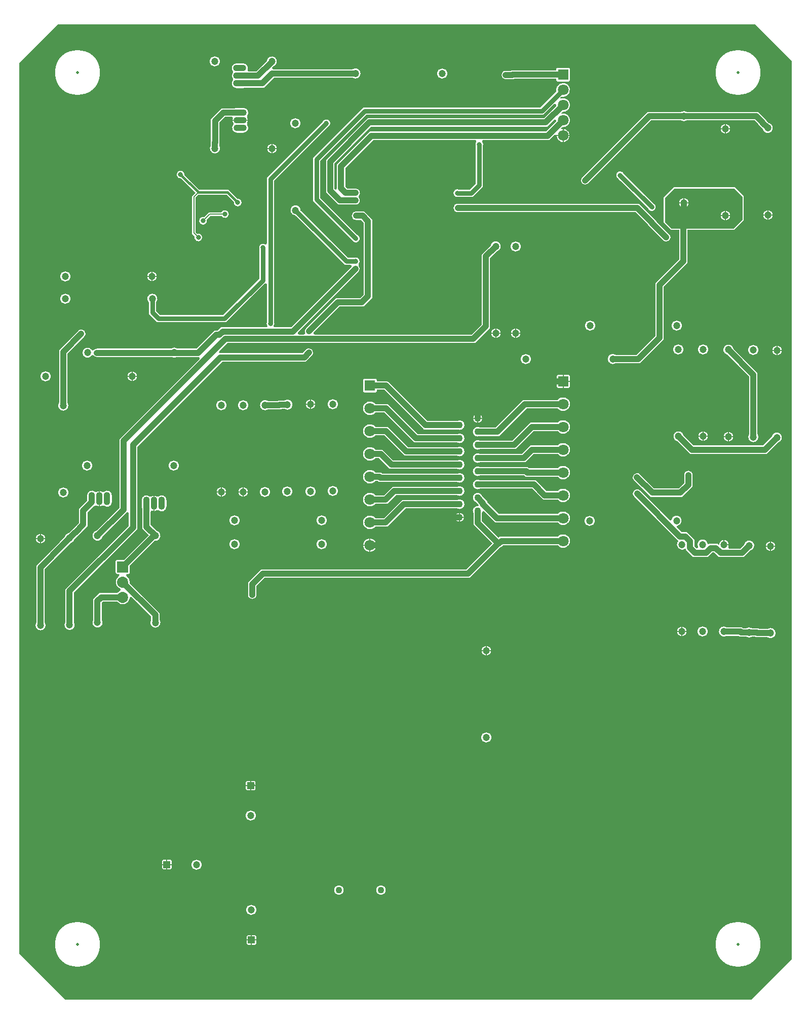
<source format=gbl>
G04 ================== begin FILE IDENTIFICATION RECORD ==================*
G04 Layout Name:  E:/FACOMSA/allegro/TFG_ECU_Telemetry_Sender_1v0.brd*
G04 Film Name:    PCB_Sender_13XXVxBOTTOM*
G04 File Format:  Gerber RS274X*
G04 File Origin:  Cadence Allegro 17.0-S002*
G04 Origin Date:  Mon Mar 27 20:21:05 2023*
G04 *
G04 Layer:  VIA CLASS/BOTTOM*
G04 Layer:  PIN/BOTTOM*
G04 Layer:  ETCH/BOTTOM*
G04 *
G04 Offset:    (0.0000 0.0000)*
G04 Mirror:    No*
G04 Mode:      Positive*
G04 Rotation:  0*
G04 FullContactRelief:  No*
G04 UndefLineWidth:     0.0000*
G04 ================== end FILE IDENTIFICATION RECORD ====================*
%FSAX34Y34*MOMM*%
%IR0*IPPOS*OFA0.00000B0.00000*MIA0B0*SFA1.00000B1.00000*%
%ADD11C,.5*%
%ADD10C,.8*%
%ADD13O,1.1X2.2*%
%ADD17O,2.2X1.1*%
%ADD18C,1.1*%
%ADD12C,1.2*%
%ADD19C,1.8*%
%ADD16R,1.2X1.2*%
%ADD14C,1.86*%
%ADD20R,1.8X1.8*%
%ADD15R,1.86X1.86*%
%ADD21C,.2*%
%ADD22C,.4*%
%ADD23C,1.*%
%ADD27C,2.2004*%
%ADD28C,1.5004*%
%ADD25C,1.6004*%
%ADD26C,1.7004*%
%ADD24C,7.5008*%
G75*
%LPD*%
G75*
G36*
G01X-0652000Y-0849000D02*
X-0729000Y-0772000D01*
Y0715000D01*
X-0665000Y0779000D01*
X0501000D01*
X0562000Y0718000D01*
Y-0781000D01*
X0494000Y-0849000D01*
X-0652000D01*
G37*
%LPC*%
G75*
G36*
G01X0379100Y-0009702D02*
X0326000D01*
X0298449Y0017849D01*
G02X0308351Y0027751I0004951J0004951D01*
G01X0331800Y0004302D01*
X0373300D01*
X0382198Y0013200D01*
Y0026800D01*
G02X0396202I0007002J0D01*
G01Y0007400D01*
X0379100Y-0009702D01*
G37*
G36*
G01X0168998Y0174100D02*
Y0192100D01*
G02X0171000Y0194102I0002002J0D01*
G01X0189000D01*
G02X0191002Y0192100I0J-0002002D01*
G01Y0174100D01*
G02X0189000Y0172098I-0002002J0D01*
G01X0171000D01*
G02X0168998Y0174100I0J0002002D01*
G37*
G36*
G01X0335759Y0450543D02*
Y0449943D01*
X0357251Y0428451D01*
G02X0347349Y0418549I-0004951J-0004951D01*
G01X0321755Y0444143D01*
Y0444743D01*
X0300900Y0465598D01*
X0003700D01*
G02Y0479602I0J0007002D01*
G01X0306700D01*
X0335759Y0450543D01*
G37*
G36*
G01X-0350502Y-0497800D02*
Y-0485800D01*
G02X-0348500Y-0483798I0002002J0D01*
G01X-0336500D01*
G02X-0334498Y-0485800I0J-0002002D01*
G01Y-0497800D01*
G02X-0336500Y-0499802I-0002002J0D01*
G01X-0348500D01*
G02X-0350502Y-0497800I0J0002002D01*
G37*
G36*
G01X-0349002Y-0755300D02*
Y-0743300D01*
G02X-0347000Y-0741298I0002002J0D01*
G01X-0335000D01*
G02X-0332998Y-0743300I0J-0002002D01*
G01Y-0755300D01*
G02X-0335000Y-0757302I-0002002J0D01*
G01X-0347000D01*
G02X-0349002Y-0755300I0J0002002D01*
G37*
G36*
G01X-0490402Y-0629500D02*
Y-0617500D01*
G02X-0488400Y-0615498I0002002J0D01*
G01X-0476400D01*
G02X-0474398Y-0617500I0J-0002002D01*
G01Y-0629500D01*
G02X-0476400Y-0631502I-0002002J0D01*
G01X-0488400D01*
G02X-0490402Y-0629500I0J0002002D01*
G37*
G36*
G01X0191302Y0686100D02*
G02X0188800Y0683598I-0002502J0D01*
G01X0170800D01*
G02X0168298Y0686100I0J0002502D01*
G01Y0688098D01*
X0098400D01*
X0097900Y0687598D01*
X0084000D01*
G02Y0701602I0J0007002D01*
G01X0092100D01*
X0092600Y0702102D01*
X0168298D01*
Y0704100D01*
G02X0170800Y0706602I0002502J0D01*
G01X0188800D01*
G02X0191302Y0704100I0J-0002502D01*
G01Y0686100D01*
G37*
G36*
G01X-0333100Y0700302D02*
X-0315456Y0717947D01*
X-0315406Y0718272D01*
G02X-0304576Y0708851I0008406J-0001272D01*
G01X-0304819Y0708779D01*
X-0306082Y0707516D01*
G03X-0304667Y0704102I0001415J-0001414D01*
G01X-0171922D01*
G02Y0690098I0004822J-0007002D01*
G01X-0303300D01*
X-0319800Y0673598D01*
X-0351047D01*
G02X-0354920Y0672598I-0003873J0007002D01*
G01X-0365920D01*
G02X-0371592Y0686245I0J0008002D01*
G03Y0687655I-0000709J0000705D01*
G02Y0698945I0005672J0005645D01*
G03Y0700355I-0000709J0000705D01*
G02X-0365920Y0714002I0005672J0005645D01*
G01X-0354920D01*
G02X-0347485Y0703041I0J-0008002D01*
G03X-0345627Y0700302I0001858J-0000739D01*
G01X-0333100D01*
G37*
G36*
G01X-0348403Y0626213D02*
G03X-0348481Y0623610I0001478J-0001347D01*
G02Y0614190I-0005839J-0004710D01*
G03X-0348403Y0611587I0001556J-0001256D01*
G02X-0354320Y0598198I-0005917J-0005387D01*
G01X-0365320D01*
G02X-0371237Y0611587I0J0008002D01*
G03X-0371159Y0614190I-0001478J0001347D01*
G02X-0372162Y0621978I0005839J0004711D01*
G03X-0373986Y0624798I-0001824J0000820D01*
G01X-0385000D01*
X-0394698Y0615100D01*
Y0579100D01*
X-0394998Y0578800D01*
Y0576831D01*
X-0394840Y0576585D01*
G02X-0409002Y0576822I-0007160J-0004585D01*
G01Y0584600D01*
X-0408702Y0584900D01*
Y0620900D01*
X-0390800Y0638802D01*
X-0368814D01*
X-0368618Y0638891D01*
G02X-0365320Y0639602I0003297J-0007291D01*
G01X-0354320D01*
G02X-0348403Y0626213I0J-0008002D01*
G37*
G36*
G01X0519809Y0618093D02*
X0523535Y0614367D01*
X0523821Y0614305D01*
G02X0513695Y0604179I-0001821J-0008305D01*
G01X0513633Y0604465D01*
X0505805Y0612293D01*
Y0612900D01*
X0499907Y0618798D01*
X0386722D01*
G02X0377078I-0004822J0007002D01*
G01X0326800D01*
X0221551Y0513549D01*
G02X0211649Y0523451I-0004951J0004951D01*
G01X0321000Y0632802D01*
X0377078D01*
G02X0386722I0004822J-0007002D01*
G01X0505707D01*
X0519809Y0618700D01*
Y0618093D01*
G37*
G36*
G01X0281117Y0529571D02*
X0288174Y0522514D01*
Y0522414D01*
X0330571Y0480017D01*
X0330741Y0479942D01*
G02X0322158Y0471359I-0002641J-0005942D01*
G01X0322083Y0471529D01*
X0276170Y0517442D01*
Y0517542D01*
X0272629Y0521083D01*
X0272459Y0521158D01*
G02X0281042Y0529741I0002641J0005942D01*
G01X0281117Y0529571D01*
G37*
G36*
G01X-0419926Y0457220D02*
X-0411795Y0465350D01*
X-0391115D01*
G02Y0459346I0005767J-0003002D01*
G01X-0409309D01*
X-0415680Y0452974D01*
X-0415559Y0452436D01*
G02X-0420464Y0457341I-0006341J-0001436D01*
G01X-0419926Y0457220D01*
G37*
G36*
G01X-0453033Y0527593D02*
X-0428142Y0502702D01*
X-0379430D01*
X-0364847Y0488119D01*
X-0364401Y0488144D01*
G02X-0370532Y0482013I0000361J-0006492D01*
G01X-0370507Y0482459D01*
X-0382746Y0494698D01*
X-0429557D01*
X-0434298Y0489957D01*
Y0432143D01*
X-0431774Y0429620D01*
X-0431236Y0429741D01*
G02X-0436141Y0424836I0001436J-0006341D01*
G01X-0436020Y0425374D01*
X-0440302Y0429657D01*
Y0492443D01*
X-0434753Y0497993D01*
X-0458693Y0521933D01*
X-0459139Y0521908D01*
G02X-0453008Y0528039I-0000361J0006492D01*
G01X-0453033Y0527593D01*
G37*
G36*
G01X0302500Y0227402D02*
X0333998Y0258900D01*
Y0346900D01*
X0373998Y0386900D01*
Y0435998D01*
X0360171D01*
X0347998Y0448171D01*
Y0489829D01*
X0365171Y0507002D01*
X0466829D01*
X0482002Y0491829D01*
Y0452171D01*
X0465829Y0435998D01*
X0388002D01*
Y0381100D01*
X0348002Y0341100D01*
Y0253100D01*
X0308300Y0213398D01*
X0267722D01*
G02Y0227402I-0004822J0007002D01*
G01X0302500D01*
G37*
G36*
G01X-0291700Y0136398D02*
X-0313478D01*
G02Y0150402I-0004822J0007002D01*
G01X-0297500D01*
X-0296700Y0151202D01*
X-0285622D01*
G02Y0137198I0004822J-0007002D01*
G01X-0290900D01*
X-0291700Y0136398D01*
G37*
G36*
G01X-0620449Y0257749D02*
X-0648598Y0229600D01*
Y0147422D01*
G02X-0662602I-0007002J-0004822D01*
G01Y0235400D01*
X-0630351Y0267651D01*
G02X-0620449Y0257749I0004951J-0004951D01*
G37*
G36*
G01X-0052900Y0102998D02*
X-0119000Y0169098D01*
X-0131498D01*
Y0167100D01*
G02X-0134000Y0164598I-0002502J0D01*
G01X-0152000D01*
G02X-0154502Y0167100I0J0002502D01*
G01Y0185100D01*
G02X-0152000Y0187602I0002502J0D01*
G01X-0134000D01*
G02X-0131498Y0185100I0J-0002502D01*
G01Y0183102D01*
X-0113200D01*
X-0047100Y0117002D01*
X0003127D01*
G02Y0102998I0003873J-0007002D01*
G01X-0052900D01*
G37*
G36*
G01X0072900Y0091998D02*
X0040873D01*
G02Y0106002I-0003873J0007002D01*
G01X0067100D01*
X0113200Y0152102D01*
X0170875D01*
G02Y0138098I0009125J-0007002D01*
G01X0119000D01*
X0072900Y0091998D01*
G37*
G36*
G01X0464567Y0237535D02*
X0504802Y0197300D01*
Y0094922D01*
G02X0490798I-0007002J-0004822D01*
G01Y0191500D01*
X0454665Y0227633D01*
X0454379Y0227695D01*
G02X0464505Y0237821I0001821J0008305D01*
G01X0464567Y0237535D01*
G37*
G36*
G01X-0113200Y0145102D02*
X-0063100Y0095002D01*
X0003127D01*
G02Y0080998I0003873J-0007002D01*
G01X-0068900D01*
X-0119000Y0131098D01*
X-0133875D01*
G02Y0145102I-0009125J0007002D01*
G01X-0113200D01*
G37*
G36*
G01X0100900Y0069998D02*
X0040873D01*
G02Y0084002I-0003873J0007002D01*
G01X0095100D01*
X0125200Y0114102D01*
X0170875D01*
G02Y0100098I0009125J-0007002D01*
G01X0131000D01*
X0100900Y0069998D01*
G37*
G36*
G01X0392100Y0061998D02*
X0371165Y0082933D01*
X0370879Y0082995D01*
G02X0381005Y0093121I0001821J0008305D01*
G01X0381067Y0092835D01*
X0397900Y0076002D01*
X0513900D01*
X0528733Y0090835D01*
X0528795Y0091121D01*
G02X0538921Y0080995I0008305J-0001821D01*
G01X0538635Y0080933D01*
X0519700Y0061998D01*
X0392100D01*
G37*
G36*
G01X-0079100Y0073002D02*
X0003127D01*
G02Y0058998I0003873J-0007002D01*
G01X-0084900D01*
X-0119000Y0093098D01*
X-0133875D01*
G02Y0107102I-0009125J0007002D01*
G01X-0113200D01*
X-0079100Y0073002D01*
G37*
G36*
G01X0116900Y0047998D02*
X0040873D01*
G02Y0062002I-0003873J0007002D01*
G01X0111100D01*
X0125100Y0076002D01*
X0170875D01*
G02Y0061998I0009125J-0007002D01*
G01X0130900D01*
X0116900Y0047998D01*
G37*
G36*
G01X-0104100Y0051002D02*
X0003127D01*
G02Y0036998I0003873J-0007002D01*
G01X-0109900D01*
X-0127900Y0054998D01*
X-0133875D01*
G02Y0069002I-0009125J0007002D01*
G01X-0122100D01*
X-0104100Y0051002D01*
G37*
G36*
G01X0123000Y0037902D02*
X0170875D01*
G02Y0023898I0009125J-0007002D01*
G01X0117200D01*
X0115100Y0025998D01*
X0040873D01*
G02Y0040002I-0003873J0007002D01*
G01X0120900D01*
X0123000Y0037902D01*
G37*
G36*
G01X-0129900Y0016898D02*
X-0133875D01*
G02Y0030902I-0009125J0007002D01*
G01X-0124100D01*
X-0122200Y0029002D01*
X0003127D01*
G02Y0014998I0003873J-0007002D01*
G01X-0128000D01*
X-0129900Y0016898D01*
G37*
G36*
G01X0146400Y-0014202D02*
X0128200Y0003998D01*
X0040873D01*
G02Y0018002I-0003873J0007002D01*
G01X0134000D01*
X0152200Y-0000198D01*
X0170875D01*
G02Y-0014202I0009125J-0007002D01*
G01X0146400D01*
G37*
G36*
G01X-0113800Y-0021202D02*
X-0133875D01*
G02Y-0007198I-0009125J0007002D01*
G01X-0119600D01*
X-0105400Y0007002D01*
X0003127D01*
G02Y-0007002I0003873J-0007002D01*
G01X-0099600D01*
X-0113800Y-0021202D01*
G37*
G36*
G01Y-0059302D02*
X-0133875D01*
G02Y-0045298I-0009125J0007002D01*
G01X-0119600D01*
X-0089300Y-0014998D01*
X0003127D01*
G02Y-0029002I0003873J-0007002D01*
G01X-0083500D01*
X-0113800Y-0059302D01*
G37*
G36*
G01X0372703Y-0083205D02*
X0298549Y-0009051D01*
G02X0308451Y0000851I0004951J0004951D01*
G01X0357835Y-0048532D01*
G03X0361201Y-0047553I0001414J0001414D01*
G02X0371347Y-0057699I0008299J-0001847D01*
G03X0370368Y-0061065I0000435J-0001952D01*
G01X0378100Y-0068798D01*
X0387193D01*
X0399202Y-0080807D01*
Y-0091993D01*
X0403007Y-0095798D01*
X0403510D01*
G03X0405317Y-0092941I0J0002000D01*
G02X0421382Y-0087876I0007683J0003641D01*
G01X0421435Y-0088190D01*
X0422368Y-0089123D01*
X0423300Y-0088191D01*
X0438100D01*
X0439772Y-0089863D01*
X0440720Y-0088914D01*
X0440764Y-0088576D01*
G02X0455847Y-0093199I0007936J-0001024D01*
G03X0457633Y-0096098I0001786J-0000899D01*
G01X0475900D01*
X0482433Y-0089565D01*
X0482495Y-0089279D01*
G02X0492621Y-0099405I0008305J-0001821D01*
G01X0492335Y-0099467D01*
X0481700Y-0110102D01*
X0440207D01*
X0432300Y-0102195D01*
X0429100D01*
X0421493Y-0109802D01*
X0397207D01*
X0385198Y-0097793D01*
Y-0097050D01*
G03X0383619Y-0096234I-0001000J0D01*
G02X0372128Y-0083906I-0004919J0006934D01*
G01X0372703Y-0083205D01*
G37*
G36*
G01X-0346702Y-0152800D02*
X-0324900Y-0130998D01*
X0017900D01*
X0061598Y-0087300D01*
X0029998Y-0055700D01*
Y-0036873D01*
G02X0037744Y-0025033I0007002J0003873D01*
G03X0038837Y-0024037I0000093J0000996D01*
G01Y-0022739D01*
X0034793Y-0018696D01*
X0034562Y-0018622D01*
G02X0044622Y-0008562I0002438J0007622D01*
G01X0044696Y-0008793D01*
X0052841Y-0016939D01*
Y-0018739D01*
X0072400Y-0038298D01*
X0170875D01*
G02Y-0052302I0009125J-0007002D01*
G01X0066600D01*
X0048155Y-0033857D01*
G03X0044793Y-0034817I-0001414J-0001414D01*
G02X0044002Y-0036873I-0007793J0001818D01*
G01Y-0049900D01*
X0072100Y-0077998D01*
X0073700Y-0076398D01*
X0170875D01*
G02Y-0090402I0009125J-0007002D01*
G01X0079500D01*
X0077051Y-0092851D01*
G02X0074307Y-0094545I-0004951J0004951D01*
G01X0074083Y-0094620D01*
X0023700Y-0145002D01*
X-0319100D01*
X-0332698Y-0158600D01*
Y-0173200D01*
G02X-0346702I-0007002J0D01*
G01Y-0152800D01*
G37*
G36*
G01X-0605493Y-0026016D02*
X-0615098Y-0035620D01*
Y-0058800D01*
X-0632607Y-0076309D01*
X-0632907D01*
X-0636633Y-0080035D01*
X-0636695Y-0080321D01*
G02X-0643179Y-0086805I-0008305J0001821D01*
G01X-0643465Y-0086867D01*
X-0647191Y-0090593D01*
Y-0090893D01*
X-0686498Y-0130200D01*
Y-0219278D01*
G02X-0700502I-0007002J-0004822D01*
G01Y-0124400D01*
X-0661195Y-0085093D01*
Y-0084793D01*
X-0653367Y-0076965D01*
X-0653305Y-0076679D01*
G02X-0646821Y-0070195I0008305J-0001821D01*
G01X-0646535Y-0070133D01*
X-0638707Y-0062305D01*
X-0638407D01*
X-0629102Y-0053000D01*
Y-0029820D01*
X-0615702Y-0016420D01*
Y-0007320D01*
G02X-0602313Y-0001403I0008002J0D01*
G03X-0599710Y-0001481I0001347J0001478D01*
G02X-0590290I0004710J-0005839D01*
G03X-0587687Y-0001403I0001256J0001556D01*
G02X-0574298Y-0007320I0005387J-0005917D01*
G01Y-0018320D01*
G02X-0587687Y-0024237I-0008002J0D01*
G03X-0590290Y-0024159I-0001347J-0001478D01*
G02X-0599710I-0004710J0005839D01*
G03X-0602313Y-0024237I-0001256J-0001556D01*
G02X-0605262Y-0025942I-0005388J0005916D01*
G01X-0605493Y-0026016D01*
G37*
G36*
G01X0507700Y-0230098D02*
X0521778D01*
G02Y-0244102I0004822J-0007002D01*
G01X0501900D01*
X0500900Y-0243102D01*
X0495622D01*
G02X0485978I-0004822J0007002D01*
G01X0474900D01*
X0473400Y-0241602D01*
X0453522D01*
G02Y-0227598I-0004822J0007002D01*
G01X0479200D01*
X0480700Y-0229098D01*
X0485978D01*
G02X0495622I0004822J-0007002D01*
G01X0506700D01*
X0507700Y-0230098D01*
G37*
G36*
G01X-0637998Y-0218678D02*
G02X-0652002I-0007002J-0004822D01*
G01Y-0163900D01*
X-0546002Y-0057900D01*
Y-0036933D01*
G03X-0549416Y-0035518I-0002000J0D01*
G01X-0589933Y-0076035D01*
X-0589995Y-0076321D01*
G02X-0600121Y-0066195I-0008305J0001821D01*
G01X-0599835Y-0066133D01*
X-0561702Y-0028000D01*
Y0086600D01*
X-0427918Y0220384D01*
G03X-0429333Y0223798I-0001415J0001414D01*
G01X-0465482D01*
G02X-0474518I-0004518J0007202D01*
G01X-0599500D01*
G02X-0604853Y0226287I0J0007001D01*
G03X-0608024Y0226141I-0001530J-0001289D01*
G02X-0607900Y0235678I-0006976J0004860D01*
G03X-0604735Y0235450I0001670J0001100D01*
G02X-0599500Y0237802I0005235J-0004650D01*
G01X-0475101D01*
G02X-0464899I0005101J-0006802D01*
G01X-0432900D01*
X-0402700Y0268002D01*
X-0397271D01*
X-0391971Y0273302D01*
X-0316351D01*
G03X-0314669Y0276384I0J0002000D01*
G02X-0315269Y0282234I0005469J0003517D01*
G01X-0315202Y0282407D01*
Y0345082D01*
G03X-0318616Y0346496I-0002000J0D01*
G01X-0383414Y0281698D01*
X-0498886D01*
X-0512702Y0295514D01*
Y0314978D01*
G02X-0500698I0006002J0006022D01*
G01Y0300486D01*
X-0493914Y0293702D01*
X-0388386D01*
X-0327802Y0354286D01*
Y0403793D01*
X-0327869Y0403966D01*
G02X-0318284Y0411769I0006069J0002334D01*
G03X-0315202Y0413451I0001082J0001682D01*
G01Y0523086D01*
X-0221917Y0616371D01*
X-0221842Y0616541D01*
G02X-0213259Y0607958I0005942J-0002641D01*
G01X-0213429Y0607883D01*
X-0303198Y0518114D01*
Y0282407D01*
X-0303131Y0282234D01*
G02X-0303731Y0276384I-0006069J-0002333D01*
G03X-0302049Y0273302I0001682J-0001082D01*
G01X-0274700D01*
X-0173918Y0374084D01*
G03X-0175333Y0377498I-0001415J0001414D01*
G01X-0184586D01*
X-0267277Y0460189D01*
X-0267666Y0460206D01*
G02X-0258806Y0469066I0000366J0008494D01*
G01X-0258789Y0468677D01*
X-0179614Y0389502D01*
X-0169107D01*
X-0168934Y0389569D01*
G02X-0162029Y0378876I0002334J-0006069D01*
G03X-0162040Y0376042I0001406J-0001422D01*
G02X-0162049Y0366149I-0004960J-0004942D01*
G01X-0263482Y0264716D01*
G03X-0262067Y0261302I0001415J-0001414D01*
G01X-0252952D01*
G03X-0251118Y0264101I0J0002000D01*
G02X-0249651Y0271851I0006418J0002799D01*
G01X-0199400Y0322102D01*
X-0159300D01*
X-0153402Y0328000D01*
Y0447700D01*
X-0158200Y0452498D01*
X-0166300D01*
G02Y0466502I0J0007002D01*
G01X-0152400D01*
X-0139398Y0453500D01*
Y0322200D01*
X-0153500Y0308098D01*
X-0193600D01*
X-0236982Y0264716D01*
G03X-0235567Y0261302I0001415J-0001414D01*
G01X0026700D01*
X0043498Y0278100D01*
Y0394700D01*
X0058833Y0410035D01*
X0058895Y0410321D01*
G02X0069021Y0400195I0008305J-0001821D01*
G01X0068735Y0400133D01*
X0057502Y0388900D01*
Y0272300D01*
X0032500Y0247298D01*
X-0381200D01*
X-0394861Y0233637D01*
G03X-0393446Y0230223I0001415J-0001414D01*
G01X-0255679D01*
X-0249951Y0235951D01*
G02X-0240049Y0226049I0004951J-0004951D01*
G01X-0249879Y0216219D01*
X-0389979D01*
X-0531998Y0074200D01*
Y-0063700D01*
X-0637998Y-0169700D01*
Y-0218678D01*
G37*
G36*
G01X-0494598Y-0214778D02*
G02X-0508602I-0007002J-0004822D01*
G01Y-0209400D01*
X-0540927Y-0177075D01*
G03X-0544335Y-0178332I-0001414J-0001414D01*
G02X-0565600Y-0184402I-0011765J0000932D01*
G01X-0589300D01*
X-0591298Y-0186400D01*
Y-0214678D01*
G02X-0605302I-0007002J-0004822D01*
G01Y-0180600D01*
X-0595100Y-0170398D01*
X-0565600D01*
G02X-0560721Y-0166540I0009501J-0007001D01*
G03Y-0162860I-0000783J0001840D01*
G02X-0562498Y-0142083I0004621J0010860D01*
G03X-0563582Y-0138402I-0001084J0001681D01*
G01X-0565400D01*
G02X-0567902Y-0135900I0J0002502D01*
G01Y-0117300D01*
G02X-0565400Y-0114798I0002502J0D01*
G01X-0554200D01*
X-0512752Y-0073350D01*
X-0523502Y-0062600D01*
Y-0029953D01*
G02X-0524502Y-0026080I0007002J0003873D01*
G01Y-0015080D01*
G02X-0511113Y-0009163I0008002J0D01*
G03X-0508510Y-0009241I0001347J0001478D01*
G02X-0499090I0004710J-0005839D01*
G03X-0496487Y-0009163I0001256J0001556D01*
G02X-0483098Y-0015080I0005387J-0005917D01*
G01Y-0026080D01*
G02X-0496487Y-0031997I-0008002J0D01*
G03X-0499090Y-0031919I-0001347J-0001478D01*
G02X-0506720Y-0032991I-0004711J0005839D01*
G03X-0509498Y-0034833I-0000778J-0001842D01*
G01Y-0056800D01*
X-0500065Y-0066233D01*
X-0499779Y-0066295D01*
G02X-0502193Y-0083081I-0001821J-0008305D01*
G01X-0502647Y-0083050D01*
X-0544298Y-0124700D01*
Y-0135900D01*
G02X-0546800Y-0138402I-0002502J0D01*
G01X-0548618D01*
G03X-0549702Y-0142083I0J-0002000D01*
G02X-0544370Y-0153298I-0006398J-0009917D01*
G01X-0544422Y-0153775D01*
X-0494598Y-0203600D01*
Y-0214778D01*
G37*
G36*
G01X-0163959Y0427542D02*
G02X-0172542Y0418959I-0002641J-0005942D01*
G01X-0172617Y0419129D01*
X-0238102Y0484614D01*
Y0556686D01*
X-0154486Y0640302D01*
X0141914D01*
X0168608Y0666996D01*
X0168507Y0667517D01*
G02X0177617Y0658407I0011293J0002183D01*
G01X0177096Y0658508D01*
X0174892Y0656304D01*
X0176017Y0655178D01*
X0176586Y0655344D01*
G02X0178757Y0632845I0003214J-0011044D01*
G01X0178290Y0632888D01*
X0176689Y0631286D01*
X0177747Y0630228D01*
X0178239Y0630296D01*
G02X0178757Y0607445I0001560J-0011396D01*
G01X0178290Y0607488D01*
X0176081Y0605279D01*
X0177165Y0604195D01*
X0177687Y0604297D01*
G02X0168802Y0593222I0002113J-0010797D01*
G03X0165388Y0594586I-0002000J-0000050D01*
G01X0156900Y0586098D01*
X0046449D01*
G03X0044885Y0582852I0J-0002000D01*
G02X0045869Y0576466I-0005085J-0004052D01*
G01X0045802Y0576293D01*
Y0508314D01*
X0028786Y0491298D01*
X0005607D01*
X0005434Y0491231D01*
G02Y0503369I-0002334J0006069D01*
G01X0005607Y0503302D01*
X0023814D01*
X0033798Y0513286D01*
Y0576293D01*
X0033731Y0576466D01*
G02X0034715Y0582852I0006069J0002334D01*
G03X0033151Y0586098I-0001564J0001246D01*
G01X-0137501D01*
X-0184198Y0539401D01*
Y0508100D01*
X-0180900Y0504802D01*
X-0166600D01*
G02X-0161637Y0492861I0J-0007002D01*
G03Y0490039I0001418J-0001411D01*
G02X-0166600Y0478098I-0004963J-0004939D01*
G01X-0195900D01*
X-0216402Y0498600D01*
Y0552700D01*
X-0146700Y0622402D01*
X0148000D01*
X0168388Y0642790D01*
X0168345Y0643257D01*
G02X0168309Y0644807I0011455J0001041D01*
G03X0164897Y0646309I-0001998J0000088D01*
G01X0146886Y0628298D01*
X-0149514D01*
X-0226098Y0551714D01*
Y0489586D01*
X-0164129Y0427617D01*
X-0163959Y0427542D01*
G37*
G54D27*
X-0143000Y-0090400D03*
G54D28*
X0007000Y-0044000D03*
X0037000Y0121000D03*
G54D25*
X-0693500Y-0079100D03*
X-0540100Y0191800D03*
X-0507100Y0358000D03*
X-0391300Y-0001900D03*
X-0354900Y-0001700D03*
X-0242400Y0144700D03*
X-0307000Y0572000D03*
X-0195000Y-0666000D03*
X-0125000D03*
X0051500Y-0266500D03*
X0067200Y0263500D03*
X0100800Y0263200D03*
X0378700Y-0234300D03*
X0413500Y0091700D03*
X0456200Y0091000D03*
X0451000Y0605000D03*
X0526600Y-0092100D03*
X0537100Y0234300D03*
X0522000Y0461000D03*
G54D26*
X-0655600Y-0002400D03*
X-0685100Y0191800D03*
X-0651700Y0321000D03*
X-0652100Y0358000D03*
X-0615900Y0042300D03*
X-0470900D03*
X-0432400Y-0623500D03*
X-0391300Y0143100D03*
X-0402000Y0717000D03*
X-0341000Y-0699300D03*
X-0342500Y-0541800D03*
X-0369000Y-0049000D03*
Y-0089000D03*
X-0318300Y-0001600D03*
X-0354900Y0143300D03*
X-0280800Y-0000800D03*
X-0242400Y-0000300D03*
X-0267300Y0613700D03*
X-0224000Y-0049000D03*
Y-0089000D03*
X-0204700Y0000100D03*
Y0145100D03*
X-0022100Y0697100D03*
X0051500Y-0411500D03*
X0117900Y0220400D03*
X0100800Y0408200D03*
X0224500Y-0049400D03*
X0224700Y0275800D03*
X0413000Y-0234300D03*
X0372700Y0236300D03*
X0413500Y0236700D03*
X0369700Y0275800D03*
X0497800Y0235100D03*
G54D24*
X-0632001Y-0757017D03*
Y0698983D03*
X0471999Y-0757017D03*
Y0698983D03*
%LPD*%
G75*
G36*
G01X-0207000Y-0177000D02*
X0016000D01*
X0035000Y-0196000D01*
Y-0428000D01*
X0018000Y-0445000D01*
X-0202000D01*
X-0219000Y-0428000D01*
Y-0189000D01*
X-0207000Y-0177000D01*
G37*
G36*
G01X-0202398Y0504400D02*
Y0546900D01*
X-0140900Y0608398D01*
X0153800D01*
X0164908Y0619506D01*
G02X0168319Y0618211I0001414J-0001414D01*
G03X0168345Y0617857I0011483J0000665D01*
G01X0168388Y0617390D01*
X0151100Y0600102D01*
X-0143301D01*
X-0198202Y0545201D01*
Y0505033D01*
G02X-0201616Y0503618I-0002000J0D01*
G01X-0202398Y0504400D01*
G37*
G36*
G01X0350000Y0489000D02*
X0366000Y0505000D01*
X0466000D01*
X0480000Y0491000D01*
Y0453000D01*
X0465000Y0438000D01*
X0361000D01*
X0350000Y0449000D01*
Y0489000D01*
G37*
%LPC*%
G75*
G54D25*
X0381900Y0480800D03*
X0451000Y0460000D03*
%LPD*%
G75*
G54D10*
G01X-0506700Y0321000D02*
Y0298000D01*
X-0496400Y0287700D01*
X-0385900D01*
X-0321800Y0351800D01*
Y0406300D01*
G01X-0309200Y0279900D02*
Y0520600D01*
X-0215900Y0613900D01*
G01X-0267300Y0468700D02*
X-0182100Y0383500D01*
X-0166600D01*
G01X0179800Y0669700D02*
X0144400Y0634300D01*
X-0152000D01*
X-0232100Y0554200D01*
Y0487100D01*
X-0166600Y0421600D01*
G01X0003100Y0497300D02*
X0026300D01*
X0039800Y0510800D01*
Y0578800D01*
G01X0275100Y0527100D02*
X0282172Y0520028D01*
Y0519928D01*
X0328100Y0474000D01*
X-0711000Y0011000D03*
Y-0009000D03*
Y0071000D03*
Y0051000D03*
Y0031000D03*
X-0723000Y0356000D03*
Y0336000D03*
Y0316000D03*
Y0416000D03*
Y0396000D03*
Y0376000D03*
Y0476000D03*
Y0456000D03*
Y0436000D03*
Y0556000D03*
Y0536000D03*
Y0516000D03*
Y0496000D03*
Y0616000D03*
Y0596000D03*
Y0576000D03*
Y0676000D03*
Y0656000D03*
Y0636000D03*
Y0696000D03*
X-0700000Y-0790000D03*
X-0680000Y-0810000D03*
X-0660000Y-0830000D03*
X-0700000Y-0730000D03*
Y-0750000D03*
Y-0770000D03*
Y-0650000D03*
X-0680000D03*
X-0660000D03*
X-0700000Y-0670000D03*
X-0680000D03*
X-0660000D03*
X-0700000Y-0690000D03*
X-0680000D03*
X-0660000D03*
X-0700000Y-0710000D03*
X-0680000D03*
X-0700000Y-0590000D03*
X-0680000D03*
X-0660000D03*
X-0700000Y-0610000D03*
X-0680000D03*
X-0660000D03*
X-0700000Y-0630000D03*
X-0680000D03*
X-0660000D03*
X-0700000Y-0530000D03*
X-0680000D03*
X-0660000D03*
X-0700000Y-0550000D03*
X-0680000D03*
X-0660000D03*
X-0700000Y-0570000D03*
X-0680000D03*
X-0660000D03*
X-0700000Y-0450000D03*
X-0680000D03*
X-0700000Y-0470000D03*
X-0680000D03*
X-0700000Y-0490000D03*
X-0680000D03*
X-0660000D03*
X-0700000Y-0510000D03*
X-0680000D03*
X-0660000D03*
X-0700000Y-0390000D03*
X-0680000D03*
X-0700000Y-0410000D03*
X-0680000D03*
X-0700000Y-0430000D03*
X-0680000D03*
X-0700000Y-0330000D03*
X-0680000D03*
X-0660000D03*
X-0700000Y-0350000D03*
X-0680000D03*
X-0700000Y-0370000D03*
X-0680000D03*
X-0700000Y-0316000D03*
Y-0250000D03*
X-0680000D03*
X-0660000D03*
X-0700000Y-0270000D03*
X-0680000D03*
X-0660000D03*
X-0700000Y-0290000D03*
X-0680000D03*
X-0660000D03*
X-0700000Y-0310000D03*
X-0680000D03*
X-0660000D03*
X-0691000Y0011000D03*
Y-0009000D03*
Y0071000D03*
Y0051000D03*
Y0031000D03*
X-0703000Y0356000D03*
Y0336000D03*
Y0316000D03*
X-0674000Y0414000D03*
X-0654000D03*
X-0674000Y0394000D03*
X-0654000D03*
X-0703000Y0416000D03*
Y0396000D03*
Y0376000D03*
Y0476000D03*
Y0456000D03*
Y0436000D03*
Y0556000D03*
Y0536000D03*
Y0516000D03*
Y0496000D03*
Y0616000D03*
Y0596000D03*
Y0576000D03*
Y0676000D03*
Y0656000D03*
Y0636000D03*
Y0696000D03*
X-0580000Y-0810000D03*
X-0620000Y-0830000D03*
X-0600000D03*
X-0580000D03*
X-0640000D03*
X-0620000Y-0650000D03*
X-0600000D03*
X-0580000D03*
X-0620000Y-0670000D03*
X-0600000D03*
X-0580000D03*
X-0620000Y-0690000D03*
X-0600000D03*
X-0580000D03*
Y-0710000D03*
X-0640000Y-0650000D03*
Y-0670000D03*
Y-0690000D03*
X-0620000Y-0590000D03*
X-0600000D03*
X-0580000D03*
X-0620000Y-0610000D03*
X-0600000D03*
X-0580000D03*
X-0620000Y-0630000D03*
X-0600000D03*
X-0580000D03*
X-0640000Y-0590000D03*
Y-0610000D03*
Y-0630000D03*
X-0620000Y-0530000D03*
X-0600000D03*
X-0580000D03*
X-0620000Y-0550000D03*
X-0600000D03*
X-0580000D03*
X-0640000Y-0530000D03*
Y-0550000D03*
X-0620000Y-0570000D03*
X-0600000D03*
X-0580000D03*
X-0640000D03*
X-0620000Y-0490000D03*
X-0600000D03*
X-0580000D03*
X-0620000Y-0510000D03*
X-0600000D03*
X-0580000D03*
X-0640000Y-0490000D03*
Y-0510000D03*
X-0620000Y-0330000D03*
X-0600000D03*
X-0580000D03*
X-0640000D03*
X-0620000Y-0250000D03*
X-0600000D03*
X-0580000D03*
X-0640000D03*
X-0620000Y-0270000D03*
X-0600000D03*
X-0580000D03*
X-0620000Y-0290000D03*
X-0600000D03*
X-0580000D03*
X-0620000Y-0310000D03*
X-0600000D03*
X-0580000D03*
X-0640000Y-0270000D03*
Y-0290000D03*
Y-0310000D03*
X-0612000Y0149000D03*
X-0592000D03*
X-0612000Y0129000D03*
X-0592000D03*
X-0612000Y0209000D03*
X-0592000D03*
X-0612000Y0189000D03*
X-0592000D03*
X-0612000Y0169000D03*
X-0592000D03*
X-0625400Y0262700D03*
X-0599500Y0230800D03*
X-0540000Y-0790000D03*
X-0520000D03*
X-0540000Y-0810000D03*
X-0520000D03*
X-0540000Y-0830000D03*
X-0520000D03*
X-0560000Y-0790000D03*
Y-0810000D03*
Y-0830000D03*
X-0540000Y-0730000D03*
X-0520000D03*
X-0540000Y-0750000D03*
X-0520000D03*
X-0540000Y-0770000D03*
X-0520000D03*
X-0560000Y-0730000D03*
Y-0750000D03*
Y-0770000D03*
X-0540000Y-0650000D03*
X-0520000D03*
X-0540000Y-0670000D03*
X-0520000D03*
X-0540000Y-0690000D03*
X-0520000D03*
X-0540000Y-0710000D03*
X-0520000D03*
X-0560000Y-0650000D03*
Y-0670000D03*
Y-0690000D03*
Y-0710000D03*
X-0540000Y-0590000D03*
X-0520000D03*
X-0540000Y-0610000D03*
X-0520000D03*
X-0540000Y-0630000D03*
X-0520000D03*
X-0560000Y-0590000D03*
Y-0610000D03*
Y-0630000D03*
X-0540000Y-0530000D03*
X-0520000D03*
X-0540000Y-0550000D03*
X-0520000D03*
X-0560000Y-0530000D03*
Y-0550000D03*
X-0540000Y-0570000D03*
X-0520000D03*
X-0560000D03*
X-0540000Y-0490000D03*
X-0520000D03*
X-0540000Y-0510000D03*
X-0520000D03*
X-0560000Y-0490000D03*
Y-0510000D03*
X-0540000Y-0330000D03*
X-0520000D03*
X-0560000D03*
X-0540000Y-0250000D03*
X-0520000D03*
X-0560000D03*
X-0540000Y-0270000D03*
X-0520000D03*
X-0540000Y-0290000D03*
X-0520000D03*
X-0540000Y-0310000D03*
X-0520000D03*
X-0560000Y-0270000D03*
Y-0290000D03*
Y-0310000D03*
X-0480000Y-0790000D03*
X-0460000D03*
X-0480000Y-0810000D03*
X-0460000D03*
X-0480000Y-0830000D03*
X-0460000D03*
X-0500000Y-0790000D03*
Y-0810000D03*
Y-0830000D03*
X-0480000Y-0730000D03*
X-0460000D03*
X-0480000Y-0750000D03*
X-0460000D03*
X-0480000Y-0770000D03*
X-0460000D03*
X-0500000Y-0730000D03*
Y-0750000D03*
Y-0770000D03*
X-0480000Y-0650000D03*
Y-0670000D03*
X-0460000D03*
X-0480000Y-0690000D03*
X-0460000D03*
X-0480000Y-0710000D03*
X-0460000D03*
X-0500000Y-0650000D03*
Y-0670000D03*
Y-0690000D03*
Y-0710000D03*
X-0480000Y-0590000D03*
X-0460000D03*
X-0480000Y-0610000D03*
X-0500000Y-0590000D03*
Y-0610000D03*
Y-0630000D03*
X-0480000Y-0530000D03*
X-0460000D03*
X-0480000Y-0550000D03*
X-0460000D03*
X-0500000Y-0530000D03*
Y-0550000D03*
X-0480000Y-0570000D03*
X-0460000D03*
X-0500000D03*
X-0480000Y-0490000D03*
X-0460000D03*
X-0480000Y-0510000D03*
X-0460000D03*
X-0500000Y-0490000D03*
Y-0510000D03*
X-0480000Y-0330000D03*
X-0500000D03*
X-0480000Y-0250000D03*
X-0460000D03*
X-0500000D03*
X-0480000Y-0270000D03*
X-0460000D03*
X-0480000Y-0290000D03*
X-0460000D03*
X-0480000Y-0310000D03*
X-0500000Y-0270000D03*
Y-0290000D03*
Y-0310000D03*
X-0473000Y-0120000D03*
X-0453000D03*
X-0473000Y-0140000D03*
X-0453000D03*
X-0473000Y-0160000D03*
X-0453000D03*
X-0473000Y-0080000D03*
X-0453000D03*
X-0473000Y-0100000D03*
X-0453000D03*
X-0479000Y0355000D03*
X-0459000D03*
X-0479000Y0335000D03*
X-0459000D03*
X-0479000Y0315000D03*
X-0459000D03*
X-0459500Y0528400D03*
X-0469000Y0614000D03*
X-0449000D03*
X-0489000D03*
X-0469000Y0674000D03*
X-0449000D03*
X-0489000D03*
X-0469000Y0654000D03*
X-0449000D03*
X-0469000Y0634000D03*
X-0449000D03*
X-0489000Y0654000D03*
Y0634000D03*
X-0449000Y0714000D03*
X-0469000Y0694000D03*
X-0449000D03*
X-0400000Y-0790000D03*
X-0380000D03*
X-0400000Y-0810000D03*
X-0380000D03*
X-0400000Y-0830000D03*
X-0380000D03*
X-0440000Y-0790000D03*
X-0420000D03*
X-0440000Y-0810000D03*
X-0420000D03*
X-0440000Y-0830000D03*
X-0420000D03*
X-0400000Y-0730000D03*
X-0380000D03*
X-0400000Y-0750000D03*
X-0380000D03*
X-0400000Y-0770000D03*
X-0380000D03*
X-0440000Y-0730000D03*
X-0420000D03*
X-0440000Y-0750000D03*
X-0420000D03*
X-0440000Y-0770000D03*
X-0420000D03*
X-0400000Y-0690000D03*
Y-0710000D03*
X-0440000Y-0690000D03*
X-0420000D03*
X-0440000Y-0710000D03*
X-0420000D03*
X-0440000Y-0590000D03*
X-0420000D03*
X-0400000Y-0530000D03*
Y-0550000D03*
X-0440000Y-0530000D03*
X-0420000D03*
X-0440000Y-0550000D03*
X-0420000D03*
X-0400000Y-0570000D03*
X-0440000D03*
X-0420000D03*
X-0400000Y-0450000D03*
X-0380000D03*
X-0400000Y-0470000D03*
X-0380000D03*
X-0400000Y-0490000D03*
X-0380000D03*
X-0400000Y-0510000D03*
X-0380000D03*
X-0440000Y-0490000D03*
X-0420000D03*
X-0440000Y-0510000D03*
X-0420000D03*
X-0400000Y-0390000D03*
X-0380000D03*
X-0400000Y-0410000D03*
X-0380000D03*
X-0400000Y-0430000D03*
X-0380000D03*
X-0400000Y-0330000D03*
Y-0350000D03*
Y-0370000D03*
X-0420000Y-0330000D03*
X-0400000Y-0250000D03*
X-0440000D03*
X-0420000D03*
X-0400000Y-0270000D03*
Y-0290000D03*
Y-0310000D03*
X-0440000Y-0270000D03*
X-0420000D03*
X-0440000Y-0290000D03*
X-0420000D03*
Y-0310000D03*
X-0399000Y0355000D03*
X-0379000D03*
X-0399000Y0335000D03*
X-0379000D03*
X-0399000Y0315000D03*
X-0379000D03*
X-0439000Y0355000D03*
X-0419000D03*
X-0439000Y0335000D03*
X-0419000D03*
X-0439000Y0315000D03*
X-0419000D03*
X-0404900Y0401100D03*
X-0388000Y0443000D03*
X-0421900Y0451000D03*
X-0385348Y0462348D03*
X-0429800Y0423400D03*
X-0393000Y0746000D03*
X-0413000D03*
X-0393000Y0766000D03*
X-0413000D03*
X-0320000Y-0790000D03*
Y-0810000D03*
Y-0830000D03*
X-0360000Y-0790000D03*
X-0340000D03*
X-0360000Y-0810000D03*
X-0340000D03*
X-0360000Y-0830000D03*
X-0340000D03*
X-0320000Y-0730000D03*
Y-0750000D03*
Y-0770000D03*
X-0360000Y-0730000D03*
X-0340000D03*
X-0360000Y-0750000D03*
Y-0770000D03*
X-0340000D03*
Y-0750000D03*
X-0320000Y-0450000D03*
Y-0470000D03*
X-0360000Y-0450000D03*
X-0340000D03*
X-0360000Y-0470000D03*
X-0340000D03*
X-0320000Y-0490000D03*
X-0360000D03*
X-0340000D03*
X-0320000Y-0410000D03*
Y-0430000D03*
X-0360000Y-0410000D03*
X-0340000D03*
X-0360000Y-0430000D03*
X-0340000D03*
X-0320000Y-0119000D03*
X-0340000D03*
X-0339700Y-0173200D03*
X-0320000Y-0059000D03*
Y-0079000D03*
Y-0099000D03*
X-0340000Y-0059000D03*
Y-0079000D03*
Y-0099000D03*
X-0320000Y-0039000D03*
X-0340000D03*
X-0359000Y0355000D03*
X-0339000D03*
X-0359000Y0335000D03*
X-0321800Y0406300D03*
X-0364040Y0481652D03*
X-0313000Y0746000D03*
X-0373000D03*
X-0353000D03*
X-0333000D03*
X-0313000Y0766000D03*
X-0373000D03*
X-0353000D03*
X-0333000D03*
X-0249000Y-0821000D03*
Y-0841000D03*
X-0289000Y-0821000D03*
X-0269000D03*
X-0289000Y-0841000D03*
X-0269000D03*
X-0253000Y-0181000D03*
Y-0201000D03*
X-0293000Y-0181000D03*
X-0273000D03*
X-0293000Y-0201000D03*
X-0273000D03*
X-0254000Y-0115000D03*
X-0291000Y-0118000D03*
X-0271000D03*
X-0291000Y-0058000D03*
X-0271000D03*
X-0291000Y-0078000D03*
X-0271000D03*
X-0291000Y-0098000D03*
X-0271000D03*
X-0291000Y-0038000D03*
X-0271000D03*
X-0309200Y0279900D03*
X-0244700Y0266900D03*
X-0245000Y0231000D03*
X-0248000Y0676000D03*
Y0656000D03*
X-0253000Y0746000D03*
X-0293000D03*
X-0273000D03*
X-0253000Y0766000D03*
X-0293000D03*
X-0273000D03*
X-0229000Y-0821000D03*
X-0209000D03*
X-0189000D03*
X-0229000Y-0841000D03*
X-0209000D03*
X-0189000D03*
X-0233000Y-0181000D03*
Y-0201000D03*
X-0234000Y-0115000D03*
X-0214000D03*
X-0194000D03*
X-0230000Y0217000D03*
X-0210000D03*
X-0190000D03*
X-0230000Y0197000D03*
X-0210000D03*
X-0190000D03*
X-0230000Y0237000D03*
X-0210000D03*
X-0190000D03*
X-0215900Y0613900D03*
X-0228000Y0676000D03*
X-0208000D03*
X-0188000D03*
X-0228000Y0656000D03*
X-0208000D03*
X-0188000D03*
X-0233000Y0746000D03*
X-0213000D03*
X-0193000D03*
X-0233000Y0766000D03*
X-0213000D03*
X-0193000D03*
X-0169000Y-0821000D03*
X-0149000D03*
X-0129000D03*
X-0169000Y-0841000D03*
X-0149000D03*
X-0129000D03*
X-0110700Y-0319000D03*
X-0111000Y-0258000D03*
X-0173000Y-0181000D03*
X-0153000D03*
X-0133000D03*
X-0113000D03*
X-0173000Y-0201000D03*
X-0153000D03*
X-0133000D03*
X-0113000D03*
X-0174000Y-0115000D03*
X-0152000Y-0117000D03*
X-0132000D03*
X-0112000D03*
X-0170000Y0217000D03*
X-0150000D03*
X-0130000D03*
X-0170000Y0197000D03*
X-0150000D03*
X-0130000D03*
X-0170000Y0237000D03*
X-0150000D03*
X-0130000D03*
X-0126000Y0415000D03*
Y0397000D03*
Y0379000D03*
Y0361000D03*
X-0167000Y0371100D03*
X-0166600Y0421600D03*
Y0383500D03*
X-0145000Y0488000D03*
Y0470000D03*
X-0126000Y0487000D03*
Y0469000D03*
Y0451000D03*
Y0433000D03*
X-0166300Y0459500D03*
X-0166600Y0485100D03*
X-0145000Y0506000D03*
X-0126000Y0505000D03*
X-0166600Y0497800D03*
X-0168000Y0676000D03*
X-0148000D03*
X-0128000D03*
X-0168000Y0656000D03*
X-0148000D03*
X-0128000D03*
X-0173000Y0746000D03*
X-0153000D03*
X-0133000D03*
X-0113000D03*
X-0173000Y0766000D03*
X-0153000D03*
X-0133000D03*
X-0113000D03*
X-0089000Y-0821000D03*
X-0069000D03*
X-0049000D03*
X-0089000Y-0841000D03*
X-0069000D03*
X-0049000D03*
X-0109000Y-0821000D03*
Y-0841000D03*
X-0051000Y-0319000D03*
Y-0259300D03*
X-0081600Y-0289900D03*
X-0091000Y-0181000D03*
X-0071000D03*
X-0051000D03*
X-0091000Y-0201000D03*
X-0071000D03*
X-0051000D03*
X-0092000Y-0117000D03*
X-0072000D03*
X-0054000Y-0124000D03*
Y-0064000D03*
Y-0084000D03*
Y-0104000D03*
X-0090000Y0217000D03*
X-0110000D03*
X-0090000Y0197000D03*
X-0110000D03*
X-0090000Y0237000D03*
X-0110000D03*
X-0090000Y0397000D03*
X-0072000D03*
X-0054000D03*
X-0090000Y0379000D03*
X-0072000D03*
X-0054000D03*
X-0090000Y0361000D03*
X-0072000D03*
X-0054000D03*
X-0108000Y0415000D03*
Y0397000D03*
Y0379000D03*
Y0361000D03*
X-0054000Y0415000D03*
X-0072000D03*
X-0090000D03*
Y0487000D03*
X-0072000D03*
X-0054000D03*
X-0090000Y0469000D03*
X-0072000D03*
X-0054000D03*
X-0108000Y0487000D03*
Y0469000D03*
Y0451000D03*
Y0433000D03*
X-0054000D03*
X-0072000D03*
X-0090000D03*
X-0054000Y0451000D03*
X-0072000D03*
X-0090000D03*
Y0505000D03*
X-0072000D03*
X-0054000D03*
X-0108000D03*
X-0088000Y0676000D03*
X-0068000D03*
X-0048000D03*
X-0108000D03*
X-0088000Y0656000D03*
X-0068000D03*
X-0048000D03*
X-0108000D03*
X-0093000Y0746000D03*
X-0073000D03*
X-0053000D03*
X-0093000Y0766000D03*
X-0073000D03*
X-0053000D03*
X-0009000Y-0821000D03*
X0011000D03*
X-0009000Y-0841000D03*
X0011000D03*
X-0029000Y-0821000D03*
Y-0841000D03*
X-0009000Y-0314000D03*
X0011000D03*
X-0009000Y-0254000D03*
X0011000D03*
X-0009000Y-0274000D03*
X0011000D03*
X-0009000Y-0294000D03*
X0011000D03*
X-0009000Y-0234000D03*
X0011000D03*
X-0011000Y-0181000D03*
X0009000D03*
X-0011000Y-0201000D03*
X0009000D03*
X-0031000Y-0181000D03*
Y-0201000D03*
X-0034000Y-0124000D03*
Y-0064000D03*
Y-0084000D03*
Y-0104000D03*
X-0018000Y0415000D03*
Y0397000D03*
Y0379000D03*
Y0361000D03*
X-0036000Y0415000D03*
Y0397000D03*
Y0379000D03*
Y0361000D03*
X-0018000Y0487000D03*
Y0469000D03*
Y0451000D03*
Y0433000D03*
X-0036000Y0487000D03*
Y0469000D03*
Y0451000D03*
Y0433000D03*
X0003700Y0472600D03*
X-0022000Y0500000D03*
X-0036000Y0505000D03*
X-0024300Y0532500D03*
X0003100Y0497300D03*
X-0008000Y0676000D03*
X0012000D03*
X-0028000D03*
X-0008000Y0656000D03*
X0012000D03*
X-0028000D03*
X-0013000Y0746000D03*
X0007000D03*
X-0033000D03*
X-0013000Y0766000D03*
X0007000D03*
X-0033000D03*
X0071000Y-0821000D03*
Y-0841000D03*
X0031000Y-0821000D03*
X0051000D03*
X0031000Y-0841000D03*
X0051000D03*
X0069000Y-0181000D03*
Y-0201000D03*
X0029000Y-0181000D03*
X0049000D03*
X0029000Y-0201000D03*
X0049000D03*
X0057000Y0535000D03*
X0077000D03*
X0057000Y0515000D03*
X0077000D03*
X0057000Y0495000D03*
X0077000D03*
X0039800Y0578800D03*
X0052000Y0676000D03*
X0072000D03*
X0032000D03*
X0052000Y0656000D03*
X0072000D03*
X0032000D03*
X0067000Y0746000D03*
X0087000D03*
X0027000D03*
X0047000D03*
X0084000Y0694600D03*
X0067000Y0766000D03*
X0087000D03*
X0027000D03*
X0047000D03*
X0131000Y-0821000D03*
X0151000D03*
X0131000Y-0841000D03*
X0151000D03*
X0091000Y-0821000D03*
X0111000D03*
X0091000Y-0841000D03*
X0111000D03*
X0132000Y-0382000D03*
X0152000D03*
X0132000Y-0402000D03*
X0152000D03*
X0092000Y-0382000D03*
X0112000D03*
X0092000Y-0402000D03*
X0112000D03*
X0132000Y-0322000D03*
X0152000D03*
X0092000D03*
X0112000D03*
X0132000Y-0342000D03*
X0152000D03*
X0132000Y-0362000D03*
X0152000D03*
X0092000Y-0342000D03*
X0112000D03*
X0092000Y-0362000D03*
X0112000D03*
X0132000Y-0262000D03*
X0152000D03*
X0132000Y-0282000D03*
X0152000D03*
X0132000Y-0302000D03*
X0152000D03*
X0092000Y-0262000D03*
X0112000D03*
X0092000Y-0282000D03*
X0112000D03*
X0092000Y-0302000D03*
X0112000D03*
X0132000Y-0182000D03*
X0152000D03*
X0132000Y-0202000D03*
X0152000D03*
X0132000Y-0222000D03*
X0152000D03*
X0132000Y-0242000D03*
X0152000D03*
X0092000Y-0182000D03*
X0112000D03*
X0092000Y-0202000D03*
X0112000D03*
X0092000Y-0222000D03*
X0112000D03*
X0092000Y-0242000D03*
X0112000D03*
X0132000Y-0122000D03*
X0152000D03*
X0132000Y-0142000D03*
X0152000D03*
X0132000Y-0162000D03*
X0152000D03*
X0092000Y-0122000D03*
X0112000D03*
X0092000Y-0142000D03*
X0112000D03*
X0092000Y-0162000D03*
X0112000D03*
X0137000Y0535000D03*
Y0515000D03*
X0097000Y0535000D03*
X0117000D03*
X0097000Y0515000D03*
X0117000D03*
X0137000Y0495000D03*
X0097000D03*
X0117000D03*
X0132000Y0676000D03*
X0092000D03*
X0112000D03*
X0132000Y0656000D03*
X0092000D03*
X0112000D03*
X0147000Y0746000D03*
X0107000D03*
X0127000D03*
X0147000Y0766000D03*
X0107000D03*
X0127000D03*
X0211000Y-0821000D03*
Y-0841000D03*
X0171000Y-0821000D03*
X0191000D03*
X0171000Y-0841000D03*
X0191000D03*
X0212000Y-0382000D03*
Y-0402000D03*
X0172000Y-0382000D03*
X0192000D03*
X0172000Y-0402000D03*
X0192000D03*
X0212000Y-0322000D03*
X0172000D03*
X0192000D03*
X0212000Y-0342000D03*
Y-0362000D03*
X0172000Y-0342000D03*
X0192000D03*
X0172000Y-0362000D03*
X0192000D03*
X0212000Y-0262000D03*
Y-0282000D03*
Y-0302000D03*
X0172000Y-0262000D03*
X0192000D03*
X0172000Y-0282000D03*
X0192000D03*
X0172000Y-0302000D03*
X0192000D03*
X0212000Y-0182000D03*
Y-0202000D03*
Y-0222000D03*
Y-0242000D03*
X0172000Y-0182000D03*
X0192000D03*
X0172000Y-0202000D03*
X0192000D03*
X0172000Y-0222000D03*
X0192000D03*
X0172000Y-0242000D03*
X0192000D03*
X0212000Y-0122000D03*
Y-0142000D03*
Y-0162000D03*
X0172000Y-0122000D03*
X0192000D03*
X0172000Y-0142000D03*
X0192000D03*
X0172000Y-0162000D03*
X0192000D03*
X0207000Y0019000D03*
Y-0001000D03*
Y0079000D03*
Y0059000D03*
Y0039000D03*
X0216600Y0518500D03*
X0157000Y0535000D03*
X0177000D03*
X0197000D03*
X0157000Y0515000D03*
X0177000D03*
X0197000D03*
X0157000Y0495000D03*
X0177000D03*
X0207000Y0746000D03*
X0167000D03*
X0187000D03*
X0207000Y0766000D03*
X0167000D03*
X0187000D03*
X0231000Y-0821000D03*
X0251000D03*
X0271000D03*
X0231000Y-0841000D03*
X0251000D03*
X0271000D03*
X0232000Y-0382000D03*
X0252000D03*
X0272000D03*
X0232000Y-0402000D03*
X0252000D03*
X0272000D03*
X0232000Y-0322000D03*
X0252000D03*
X0272000D03*
X0232000Y-0342000D03*
X0252000D03*
X0272000D03*
X0232000Y-0362000D03*
X0252000D03*
X0272000D03*
X0232000Y-0262000D03*
X0252000D03*
X0272000D03*
X0232000Y-0282000D03*
X0252000D03*
X0272000D03*
X0232000Y-0302000D03*
X0252000D03*
X0272000D03*
X0232000Y-0182000D03*
X0252000D03*
X0272000D03*
X0232000Y-0202000D03*
X0252000D03*
X0272000D03*
X0232000Y-0222000D03*
X0252000D03*
X0272000D03*
X0232000Y-0242000D03*
X0252000D03*
X0272000D03*
X0232000Y-0122000D03*
X0252000D03*
X0272000D03*
X0232000Y-0142000D03*
X0252000D03*
X0272000D03*
X0232000Y-0162000D03*
X0252000D03*
X0272000D03*
X0253000Y-0059000D03*
X0273000D03*
X0253000Y-0079000D03*
X0273000D03*
X0253000Y-0099000D03*
X0273000D03*
X0253000Y-0019000D03*
X0273000D03*
X0253000Y-0039000D03*
X0273000D03*
X0287000Y0019000D03*
Y-0001000D03*
X0227000Y0019000D03*
X0247000D03*
X0267000D03*
X0227000Y-0001000D03*
X0247000D03*
X0267000D03*
X0287000Y0079000D03*
Y0059000D03*
X0227000Y0079000D03*
X0247000D03*
X0267000D03*
X0227000Y0059000D03*
X0247000D03*
X0267000D03*
X0287000Y0039000D03*
X0227000D03*
X0247000D03*
X0267000D03*
X0254000Y0139000D03*
X0274000D03*
X0254000Y0119000D03*
X0274000D03*
X0254000Y0099000D03*
X0274000D03*
X0254000Y0179000D03*
X0274000D03*
X0254000Y0159000D03*
X0274000D03*
X0275100Y0527100D03*
X0287000Y0746000D03*
X0227000D03*
X0247000D03*
X0267000D03*
X0287000Y0766000D03*
X0227000D03*
X0247000D03*
X0267000D03*
X0291000Y-0821000D03*
Y-0841000D03*
X0336000Y-0794000D03*
X0356000D03*
X0336000Y-0814000D03*
X0356000D03*
X0336000Y-0834000D03*
X0356000D03*
X0336000Y-0714000D03*
X0356000D03*
X0336000Y-0734000D03*
X0356000D03*
X0336000Y-0754000D03*
X0356000D03*
X0336000Y-0774000D03*
X0356000D03*
X0336000Y-0654000D03*
Y-0674000D03*
Y-0694000D03*
X0356000D03*
X0336000Y-0594000D03*
Y-0614000D03*
Y-0634000D03*
Y-0514000D03*
Y-0534000D03*
Y-0554000D03*
Y-0574000D03*
Y-0454000D03*
Y-0474000D03*
Y-0494000D03*
Y-0394000D03*
Y-0414000D03*
Y-0434000D03*
Y-0354000D03*
X0356000D03*
X0336000Y-0374000D03*
X0303500Y-0004100D03*
X0303400Y0022800D03*
X0328100Y0474000D03*
X0352300Y0423500D03*
X0341000Y0684000D03*
Y0664000D03*
X0307000Y0746000D03*
X0341000Y0726000D03*
Y0706000D03*
X0343000Y0745000D03*
X0307000Y0766000D03*
X0343000Y0765000D03*
X0376000Y-0794000D03*
X0396000D03*
X0416000D03*
X0376000Y-0814000D03*
X0396000D03*
X0416000D03*
X0376000Y-0834000D03*
X0396000D03*
X0416000D03*
X0376000Y-0714000D03*
X0396000D03*
X0416000D03*
X0376000Y-0734000D03*
X0396000D03*
X0376000Y-0754000D03*
X0396000D03*
X0376000Y-0774000D03*
X0396000D03*
X0376000Y-0694000D03*
X0396000D03*
X0416000D03*
X0376000Y-0354000D03*
X0396000D03*
X0416000D03*
X0389200Y0026800D03*
X0406000Y0339000D03*
Y0319000D03*
Y0419000D03*
Y0399000D03*
Y0379000D03*
Y0359000D03*
X0361000Y0684000D03*
X0381000D03*
X0401000D03*
X0361000Y0664000D03*
X0381000D03*
X0401000D03*
X0361000Y0726000D03*
X0381000D03*
X0401000D03*
X0361000Y0706000D03*
X0381000D03*
X0401000D03*
X0363000Y0745000D03*
X0383000D03*
X0403000D03*
X0423000D03*
X0363000Y0765000D03*
X0383000D03*
X0403000D03*
X0423000D03*
X0436000Y-0814000D03*
Y-0834000D03*
X0456000D03*
X0476000D03*
X0436000Y-0694000D03*
X0456000D03*
X0436000Y-0354000D03*
X0456000D03*
X0476000D03*
X0446000Y0339000D03*
X0466000D03*
X0486000D03*
X0446000Y0319000D03*
X0466000D03*
X0486000D03*
X0426000Y0339000D03*
Y0319000D03*
X0446000Y0419000D03*
X0466000D03*
X0486000D03*
X0446000Y0399000D03*
X0466000D03*
X0486000D03*
X0446000Y0379000D03*
X0466000D03*
X0486000D03*
X0446000Y0359000D03*
X0466000D03*
X0486000D03*
X0426000Y0419000D03*
Y0399000D03*
Y0379000D03*
Y0359000D03*
X0486000Y0439000D03*
X0443000Y0765000D03*
X0463000D03*
X0483000D03*
X0516000Y-0814000D03*
X0496000Y-0834000D03*
X0516000Y-0654000D03*
Y-0674000D03*
Y-0694000D03*
X0496000D03*
X0516000Y-0594000D03*
Y-0614000D03*
Y-0634000D03*
Y-0514000D03*
Y-0534000D03*
Y-0554000D03*
Y-0574000D03*
Y-0454000D03*
Y-0474000D03*
Y-0494000D03*
Y-0394000D03*
Y-0414000D03*
Y-0434000D03*
Y-0354000D03*
Y-0374000D03*
X0496000Y-0354000D03*
X0526000Y0339000D03*
X0546000D03*
X0526000Y0319000D03*
X0546000D03*
X0506000Y0339000D03*
Y0319000D03*
X0526000Y0419000D03*
X0546000D03*
X0526000Y0399000D03*
X0546000D03*
X0526000Y0379000D03*
X0546000D03*
X0526000Y0359000D03*
X0546000D03*
X0506000Y0419000D03*
Y0399000D03*
Y0379000D03*
Y0359000D03*
X0526000Y0439000D03*
X0546000D03*
X0506000D03*
G54D20*
X-0143000Y0176100D03*
X0180000Y0183100D03*
X0179800Y0695100D03*
G54D11*
X-0632000Y-0757000D03*
Y0699000D03*
X0472000Y-0757000D03*
Y0699000D03*
G54D21*
G01X-0693500Y-0088102D02*
Y-0079100D01*
G01D02*
Y-0070098D01*
G01X-0702502Y-0079100D02*
X-0693500D01*
G01D02*
X-0684498D01*
G01X-0595000Y-0026822D02*
Y-0012820D01*
G01D02*
Y0001182D01*
G01X-0540100Y0182798D02*
Y0191800D01*
G01D02*
Y0200802D01*
G01X-0549102Y0191800D02*
X-0540100D01*
G01D02*
X-0531098D01*
G01X-0516102Y0358000D02*
X-0507100D01*
G01X-0482400Y-0632502D02*
Y-0623500D01*
G01D02*
Y-0614498D01*
G01X-0491402Y-0623500D02*
X-0482400D01*
G01D02*
X-0473398D01*
G01X-0503800Y-0034582D02*
Y-0020580D01*
G01D02*
Y-0006578D01*
G01X-0507100Y0348998D02*
Y0358000D01*
G01D02*
Y0367002D01*
G01Y0358000D02*
X-0498098D01*
G01X-0391300Y-0010902D02*
Y-0001900D01*
G01D02*
Y0007102D01*
G01X-0400302Y-0001900D02*
X-0391300D01*
G01D02*
X-0382298D01*
G01X-0385348Y0462348D02*
X-0410552D01*
X-0421900Y0451000D01*
G01X-0429800Y0498700D02*
X-0437300Y0491200D01*
Y0430900D01*
X-0429800Y0423400D01*
G01X-0341000Y-0758302D02*
Y-0749300D01*
G01D02*
Y-0740298D01*
G01X-0350002Y-0749300D02*
X-0341000D01*
G01D02*
X-0331998D01*
G01X-0342500Y-0500802D02*
Y-0491800D01*
G01D02*
Y-0482798D01*
G01X-0351502Y-0491800D02*
X-0342500D01*
G01D02*
X-0333498D01*
G01X-0354900Y-0010702D02*
Y-0001700D01*
G01D02*
Y0007302D01*
G01X-0363902Y-0001700D02*
X-0354900D01*
G01D02*
X-0345898D01*
G01X-0316002Y0572000D02*
X-0307000D01*
G01X-0373822Y0618900D02*
X-0359820D01*
G01D02*
X-0345818D01*
G01X-0251402Y0144700D02*
X-0242400D01*
G01X-0307000Y0562998D02*
Y0572000D01*
G01D02*
Y0581002D01*
G01Y0572000D02*
X-0297998D01*
G01X-0242400Y0135698D02*
Y0144700D01*
G01D02*
Y0153702D01*
G01Y0144700D02*
X-0233398D01*
G01X-0143000Y-0102402D02*
Y-0090400D01*
G01D02*
Y-0078398D01*
G01X-0155002Y-0090400D02*
X-0143000D01*
G01X0007000Y-0052502D02*
Y-0044000D01*
G01D02*
Y-0035498D01*
G01Y-0044000D02*
X0015502D01*
G01X0051500Y-0275502D02*
Y-0266500D01*
G01D02*
Y-0257498D01*
G01X0042498Y-0266500D02*
X0051500D01*
G01D02*
X0060502D01*
G01X0037000Y0112498D02*
Y0121000D01*
G01X0028498D02*
X0037000D01*
G01D02*
X0045502D01*
G01X0067200Y0254498D02*
Y0263500D01*
G01D02*
Y0272502D01*
G01X0058198Y0263500D02*
X0067200D01*
G01D02*
X0076202D01*
G01X0100800Y0254198D02*
Y0263200D01*
G01D02*
Y0272202D01*
G01X0091798Y0263200D02*
X0100800D01*
G01D02*
X0109802D01*
G01X0180000Y0171098D02*
Y0183100D01*
G01D02*
Y0195102D01*
G01Y0183100D02*
X0192002D01*
G01X0179800Y0581498D02*
Y0593500D01*
G01D02*
Y0605502D01*
G01X0167798Y0593500D02*
X0179800D01*
G01D02*
X0191802D01*
G01X0378700Y-0243302D02*
Y-0234300D01*
G01D02*
Y-0225298D01*
G01X0369698Y-0234300D02*
X0378700D01*
G01D02*
X0387702D01*
G01X0413500Y0082698D02*
Y0091700D01*
G01D02*
Y0100702D01*
G01X0404498Y0091700D02*
X0413500D01*
G01D02*
X0422502D01*
G01X0381900Y0480800D02*
Y0489802D01*
G01X0372898Y0480800D02*
X0381900D01*
G01D02*
X0390902D01*
G01X0448700Y-0089600D02*
Y-0080598D01*
G01Y-0089600D02*
X0457702D01*
G01X0456200Y0081998D02*
Y0091000D01*
G01D02*
Y0100002D01*
G01X0447198Y0091000D02*
X0456200D01*
G01D02*
X0465202D01*
G01X0451000Y0450998D02*
Y0460000D01*
G01D02*
Y0469002D01*
G01X0441998Y0460000D02*
X0451000D01*
G01D02*
X0460002D01*
G01X0451000Y0595998D02*
Y0605000D01*
G01D02*
Y0614002D01*
G01X0441998Y0605000D02*
X0451000D01*
G01D02*
X0460002D01*
G01X0526600Y-0101102D02*
Y-0092100D01*
G01D02*
Y-0083098D01*
G01X0517598Y-0092100D02*
X0526600D01*
G01D02*
X0535602D01*
G01X0537100Y0225298D02*
Y0234300D01*
G01D02*
Y0243302D01*
G01X0528098Y0234300D02*
X0537100D01*
G01D02*
X0546102D01*
G01X0522000Y0451998D02*
Y0461000D01*
G01D02*
Y0470002D01*
G01X0512998Y0461000D02*
X0522000D01*
G01D02*
X0531002D01*
G54D12*
X-0645000Y-0223500D03*
X-0693500Y-0224100D03*
X-0645000Y-0078500D03*
X-0693500Y-0079100D03*
X-0655600Y-0002400D03*
Y0142600D03*
X-0685100Y0191800D03*
X-0651700Y0321000D03*
X-0652100Y0358000D03*
X-0598300Y-0219500D03*
Y-0074500D03*
X-0615900Y0042300D03*
X-0615000Y0231000D03*
X-0540100Y0191800D03*
X-0501600Y-0219600D03*
Y-0074600D03*
X-0470900Y0042300D03*
X-0470000Y0231000D03*
X-0506700Y0321000D03*
X-0507100Y0358000D03*
X-0432400Y-0623500D03*
X-0391300Y-0001900D03*
Y0143100D03*
X-0402000Y0572000D03*
Y0717000D03*
X-0341000Y-0699300D03*
X-0342500Y-0541800D03*
X-0369000Y-0049000D03*
Y-0089000D03*
X-0354900Y-0001700D03*
X-0318300Y-0001600D03*
X-0354900Y0143300D03*
X-0318300Y0143400D03*
X-0280800Y-0000800D03*
X-0242400Y-0000300D03*
X-0280800Y0144200D03*
X-0242400Y0144700D03*
X-0267300Y0468700D03*
X-0307000Y0572000D03*
X-0267300Y0613700D03*
X-0307000Y0717000D03*
X-0224000Y-0049000D03*
Y-0089000D03*
X-0204700Y0000100D03*
Y0145100D03*
X-0167100Y0697100D03*
X-0022100D03*
X0051500Y-0411500D03*
Y-0266500D03*
X0067200Y0263500D03*
Y0408500D03*
X0117900Y0220400D03*
X0100800Y0263200D03*
Y0408200D03*
X0224500Y-0049400D03*
X0224700Y0275800D03*
X0262900Y0220400D03*
X0413000Y-0234300D03*
X0378700D03*
X0413000Y-0089300D03*
X0378700D03*
X0369500Y-0049400D03*
X0372700Y0091300D03*
X0413500Y0091700D03*
X0372700Y0236300D03*
X0413500Y0236700D03*
X0369700Y0275800D03*
X0381900Y0480800D03*
Y0625800D03*
X0448700Y-0234600D03*
X0490800Y-0236100D03*
X0448700Y-0089600D03*
X0490800Y-0091100D03*
X0456200Y0091000D03*
Y0236000D03*
X0451000Y0460000D03*
Y0605000D03*
X0526600Y-0237100D03*
Y-0092100D03*
X0537100Y0089300D03*
X0497800Y0090100D03*
X0537100Y0234300D03*
X0497800Y0235100D03*
X0522000Y0461000D03*
Y0606000D03*
G54D22*
G01X-0429800Y0498700D02*
X-0459500Y0528400D01*
G01X-0364040Y0481652D02*
X-0381088Y0498700D01*
X-0429800D01*
G54D13*
X-0582300Y-0012820D03*
X-0595000D03*
X-0607700D03*
X-0516500Y-0020580D03*
X-0503800D03*
X-0491100D03*
G54D23*
G01X-0693500Y-0224100D02*
Y-0127300D01*
X-0654193Y-0087993D01*
Y-0087693D01*
X-0645000Y-0078500D01*
G01Y-0223500D02*
Y-0166800D01*
X-0539000Y-0060800D01*
Y0077100D01*
X-0392879Y0223221D01*
X-0252779D01*
X-0245000Y0231000D01*
G01X-0645000Y-0078500D02*
X-0635807Y-0069307D01*
X-0635507D01*
X-0622100Y-0055900D01*
Y-0032720D01*
X-0607700Y-0018320D01*
Y-0012820D01*
G01X-0655600Y0142600D02*
Y0232500D01*
X-0625400Y0262700D01*
G01X-0598300Y-0219500D02*
Y-0183500D01*
X-0592200Y-0177400D01*
X-0556100D01*
G01X-0598300Y-0074500D02*
X-0554700Y-0030900D01*
Y0083700D01*
X-0384100Y0254300D01*
X0029600D01*
X0050500Y0275200D01*
Y0391800D01*
X0067200Y0408500D01*
G01X-0167000Y0371100D02*
X-0271800Y0266300D01*
X-0389071D01*
X-0394371Y0261000D01*
X-0399800D01*
X-0430000Y0230800D01*
X-0599500D01*
G01X-0501600Y-0219600D02*
Y-0206500D01*
X-0556100Y-0152000D01*
G01Y-0126600D02*
X-0504700Y-0075200D01*
X-0502200D01*
X-0501600Y-0074600D01*
G01D02*
X-0516500Y-0059700D01*
Y-0020580D01*
G01X-0402000Y0572000D02*
Y0581700D01*
X-0401700Y0582000D01*
Y0618000D01*
X-0387900Y0631800D01*
X-0360020D01*
X-0359820Y0631600D01*
G01X0072100Y-0087900D02*
X0070900D01*
X0020800Y-0138000D01*
X-0322000D01*
X-0339700Y-0155700D01*
Y-0173200D01*
G01X-0318300Y0143400D02*
X-0294600D01*
X-0293800Y0144200D01*
X-0280800D01*
G01X-0167100Y0697100D02*
X-0306200D01*
X-0322700Y0680600D01*
X-0360420D01*
G01X-0307000Y0717000D02*
Y0716500D01*
X-0330200Y0693300D01*
X-0360420D01*
G01X-0166300Y0459500D02*
X-0155300D01*
X-0146400Y0450600D01*
Y0325100D01*
X-0156400Y0315100D01*
X-0196500D01*
X-0244700Y0266900D01*
G01X0179800Y0644300D02*
X0150900Y0615400D01*
X-0143800D01*
X-0209400Y0549800D01*
Y0501500D01*
X-0193000Y0485100D01*
X-0166600D01*
G01X0179800Y0618900D02*
X0154000Y0593100D01*
X-0140401D01*
X-0191200Y0542301D01*
Y0505200D01*
X-0183800Y0497800D01*
X-0166600D01*
G01X-0143000Y-0052300D02*
X-0116700D01*
X-0086400Y-0022000D01*
X0007000D01*
G01X-0143000Y-0090400D02*
X-0106400D01*
G01X-0143000Y0023900D02*
X-0127000D01*
X-0125100Y0022000D01*
X0007000D01*
G01X-0143000Y-0014200D02*
X-0116700D01*
X-0102500Y0D01*
X0007000D01*
G01X-0143000Y0062000D02*
X-0125000D01*
X-0107000Y0044000D01*
X0007000D01*
G01X-0143000Y0100100D02*
X-0116100D01*
X-0082000Y0066000D01*
X0007000D01*
G01X-0143000Y0138100D02*
X-0116100D01*
X-0066000Y0088000D01*
X0007000D01*
G01X-0143000Y0176100D02*
X-0116100D01*
X-0050000Y0110000D01*
X0007000D01*
G01X-0106400Y-0090400D02*
X-0060000Y-0044000D01*
G01D02*
X0007000D01*
G01X0352300Y0423500D02*
X0328757Y0447043D01*
Y0447643D01*
X0303800Y0472600D01*
X0003700D01*
G01X0180000Y-0045300D02*
X0069500D01*
X0045839Y-0021639D01*
Y-0019839D01*
X0037000Y-0011000D01*
G01X0180000Y-0083400D02*
X0076600D01*
X0072100Y-0087900D01*
G01X0037000Y-0033000D02*
Y-0052800D01*
X0072100Y-0087900D01*
G01X0180000Y-0007200D02*
X0149300D01*
X0131100Y0011000D01*
X0037000D01*
G01X0180000Y0030900D02*
X0120100D01*
X0118000Y0033000D01*
X0037000D01*
G01X0180000Y0069000D02*
X0128000D01*
X0114000Y0055000D01*
X0037000D01*
G01X0180000Y0107100D02*
X0128100D01*
X0098000Y0077000D01*
X0037000D01*
G01X0180000Y0145100D02*
X0116100D01*
X0070000Y0099000D01*
X0037000D01*
G01Y0155500D02*
Y0121000D01*
G01X0158300Y0183100D02*
X0144400Y0169200D01*
X0050700D01*
X0037000Y0155500D01*
G01X0179800Y0695100D02*
X0095500D01*
X0095000Y0694600D01*
X0084000D01*
G01X0180000Y0183100D02*
X0158300D01*
G01X0381900Y0625800D02*
X0323900D01*
X0216600Y0518500D01*
G01X0381000Y0464700D02*
Y0384000D01*
X0341000Y0344000D01*
Y0256000D01*
X0305400Y0220400D01*
X0262900D01*
G01X0490800Y-0091100D02*
X0478800Y-0103100D01*
X0443107D01*
X0435200Y-0095193D01*
X0426200D01*
X0418593Y-0102800D01*
X0400107D01*
X0392200Y-0094893D01*
Y-0083707D01*
X0384293Y-0075800D01*
X0375200D01*
X0303500Y-0004100D01*
G01X0303400Y0022800D02*
X0328900Y-0002700D01*
X0376200D01*
X0389200Y0010300D01*
Y0026800D01*
G01X0537100Y0089300D02*
X0516800Y0069000D01*
X0395000D01*
X0372700Y0091300D01*
G01X0381900Y0480800D02*
Y0467800D01*
G01D02*
X0383000Y0466700D01*
X0381000Y0464700D01*
G01X0522000Y0606000D02*
X0512807Y0615193D01*
Y0615800D01*
X0502807Y0625800D01*
X0381900D01*
G01X0490800Y-0236100D02*
X0477800D01*
X0476300Y-0234600D01*
X0448700D01*
G01X0497800Y0090100D02*
Y0194400D01*
X0456200Y0236000D01*
G01X0526600Y-0237100D02*
X0504800D01*
X0503800Y-0236100D01*
X0490800D01*
G54D14*
X-0556100Y-0177400D03*
Y-0152000D03*
G54D15*
Y-0126600D03*
G54D16*
X-0482400Y-0623500D03*
X-0341000Y-0749300D03*
X-0342500Y-0491800D03*
G54D17*
X-0359820Y0606200D03*
Y0618900D03*
X-0360420Y0680600D03*
X-0359820Y0631600D03*
X-0360420Y0693300D03*
Y0706000D03*
G54D18*
X-0195000Y-0666000D03*
X-0125000D03*
X0007000Y-0044000D03*
Y-0022000D03*
Y0D03*
Y0022000D03*
Y0044000D03*
Y0066000D03*
Y0088000D03*
Y0110000D03*
X0037000Y-0033000D03*
Y-0011000D03*
Y0011000D03*
Y0033000D03*
Y0055000D03*
Y0077000D03*
Y0099000D03*
Y0121000D03*
G54D19*
X-0143000Y-0090400D03*
Y-0052300D03*
Y-0014200D03*
Y0023900D03*
Y0062000D03*
Y0100100D03*
Y0138100D03*
X0180000Y-0083400D03*
Y-0045300D03*
Y-0007200D03*
Y0030900D03*
Y0069000D03*
Y0107100D03*
Y0145100D03*
X0179800Y0593500D03*
Y0618900D03*
Y0644300D03*
Y0669700D03*
M02*

</source>
